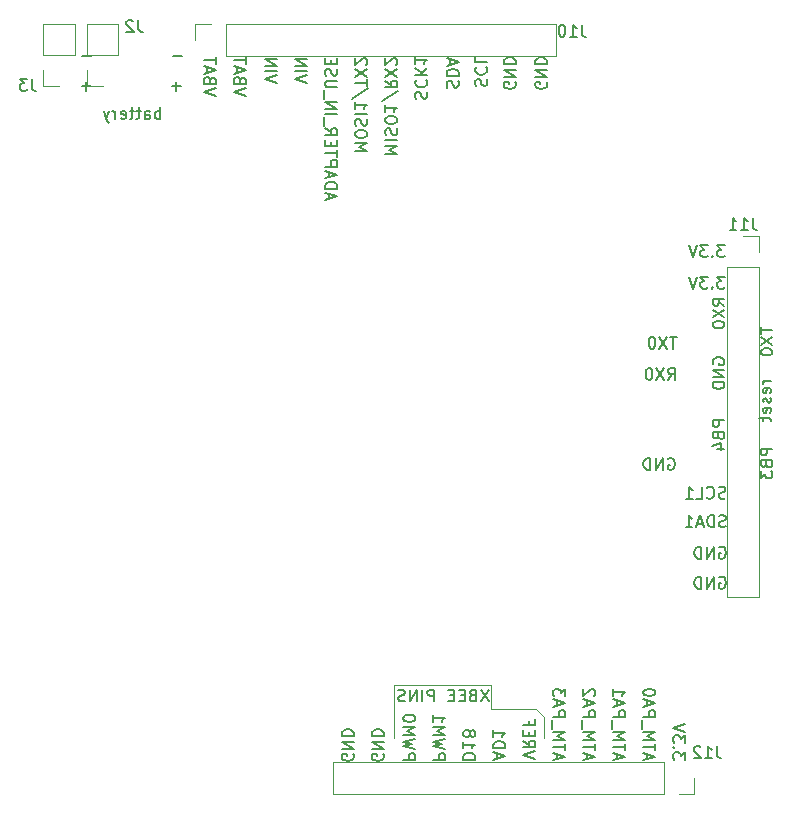
<source format=gbo>
G04 #@! TF.GenerationSoftware,KiCad,Pcbnew,(5.1.9)-1*
G04 #@! TF.CreationDate,2021-11-21T12:26:00+01:00*
G04 #@! TF.ProjectId,SmartSensor,536d6172-7453-4656-9e73-6f722e6b6963,1.3*
G04 #@! TF.SameCoordinates,Original*
G04 #@! TF.FileFunction,Legend,Bot*
G04 #@! TF.FilePolarity,Positive*
%FSLAX46Y46*%
G04 Gerber Fmt 4.6, Leading zero omitted, Abs format (unit mm)*
G04 Created by KiCad (PCBNEW (5.1.9)-1) date 2021-11-21 12:26:00*
%MOMM*%
%LPD*%
G01*
G04 APERTURE LIST*
%ADD10C,0.120000*%
%ADD11C,0.150000*%
%ADD12C,2.502000*%
%ADD13O,1.602000X1.202000*%
%ADD14O,1.802000X1.452000*%
%ADD15O,1.802000X1.802000*%
%ADD16C,1.202000*%
%ADD17C,4.502000*%
%ADD18C,0.802000*%
G04 APERTURE END LIST*
D10*
X212471000Y-138557000D02*
X212471000Y-140335000D01*
X211836000Y-137922000D02*
X212471000Y-138557000D01*
X208026000Y-137922000D02*
X211836000Y-137922000D01*
X208026000Y-135890000D02*
X208026000Y-137922000D01*
X199771000Y-135890000D02*
X208026000Y-135890000D01*
X199771000Y-135890000D02*
X199771000Y-140335000D01*
D11*
X207819142Y-136256780D02*
X207152476Y-137256780D01*
X207152476Y-136256780D02*
X207819142Y-137256780D01*
X206438190Y-136732971D02*
X206295333Y-136780590D01*
X206247714Y-136828209D01*
X206200095Y-136923447D01*
X206200095Y-137066304D01*
X206247714Y-137161542D01*
X206295333Y-137209161D01*
X206390571Y-137256780D01*
X206771523Y-137256780D01*
X206771523Y-136256780D01*
X206438190Y-136256780D01*
X206342952Y-136304400D01*
X206295333Y-136352019D01*
X206247714Y-136447257D01*
X206247714Y-136542495D01*
X206295333Y-136637733D01*
X206342952Y-136685352D01*
X206438190Y-136732971D01*
X206771523Y-136732971D01*
X205771523Y-136732971D02*
X205438190Y-136732971D01*
X205295333Y-137256780D02*
X205771523Y-137256780D01*
X205771523Y-136256780D01*
X205295333Y-136256780D01*
X204866761Y-136732971D02*
X204533428Y-136732971D01*
X204390571Y-137256780D02*
X204866761Y-137256780D01*
X204866761Y-136256780D01*
X204390571Y-136256780D01*
X203200095Y-137256780D02*
X203200095Y-136256780D01*
X202819142Y-136256780D01*
X202723904Y-136304400D01*
X202676285Y-136352019D01*
X202628666Y-136447257D01*
X202628666Y-136590114D01*
X202676285Y-136685352D01*
X202723904Y-136732971D01*
X202819142Y-136780590D01*
X203200095Y-136780590D01*
X202200095Y-137256780D02*
X202200095Y-136256780D01*
X201723904Y-137256780D02*
X201723904Y-136256780D01*
X201152476Y-137256780D01*
X201152476Y-136256780D01*
X200723904Y-137209161D02*
X200581047Y-137256780D01*
X200342952Y-137256780D01*
X200247714Y-137209161D01*
X200200095Y-137161542D01*
X200152476Y-137066304D01*
X200152476Y-136971066D01*
X200200095Y-136875828D01*
X200247714Y-136828209D01*
X200342952Y-136780590D01*
X200533428Y-136732971D01*
X200628666Y-136685352D01*
X200676285Y-136637733D01*
X200723904Y-136542495D01*
X200723904Y-136447257D01*
X200676285Y-136352019D01*
X200628666Y-136304400D01*
X200533428Y-136256780D01*
X200295333Y-136256780D01*
X200152476Y-136304400D01*
X223011904Y-116721000D02*
X223107142Y-116673380D01*
X223250000Y-116673380D01*
X223392857Y-116721000D01*
X223488095Y-116816238D01*
X223535714Y-116911476D01*
X223583333Y-117101952D01*
X223583333Y-117244809D01*
X223535714Y-117435285D01*
X223488095Y-117530523D01*
X223392857Y-117625761D01*
X223250000Y-117673380D01*
X223154761Y-117673380D01*
X223011904Y-117625761D01*
X222964285Y-117578142D01*
X222964285Y-117244809D01*
X223154761Y-117244809D01*
X222535714Y-117673380D02*
X222535714Y-116673380D01*
X221964285Y-117673380D01*
X221964285Y-116673380D01*
X221488095Y-117673380D02*
X221488095Y-116673380D01*
X221250000Y-116673380D01*
X221107142Y-116721000D01*
X221011904Y-116816238D01*
X220964285Y-116911476D01*
X220916666Y-117101952D01*
X220916666Y-117244809D01*
X220964285Y-117435285D01*
X221011904Y-117530523D01*
X221107142Y-117625761D01*
X221250000Y-117673380D01*
X221488095Y-117673380D01*
X223742095Y-106386380D02*
X223170666Y-106386380D01*
X223456380Y-107386380D02*
X223456380Y-106386380D01*
X222932571Y-106386380D02*
X222265904Y-107386380D01*
X222265904Y-106386380D02*
X222932571Y-107386380D01*
X221694476Y-106386380D02*
X221599238Y-106386380D01*
X221504000Y-106434000D01*
X221456380Y-106481619D01*
X221408761Y-106576857D01*
X221361142Y-106767333D01*
X221361142Y-107005428D01*
X221408761Y-107195904D01*
X221456380Y-107291142D01*
X221504000Y-107338761D01*
X221599238Y-107386380D01*
X221694476Y-107386380D01*
X221789714Y-107338761D01*
X221837333Y-107291142D01*
X221884952Y-107195904D01*
X221932571Y-107005428D01*
X221932571Y-106767333D01*
X221884952Y-106576857D01*
X221837333Y-106481619D01*
X221789714Y-106434000D01*
X221694476Y-106386380D01*
X223019857Y-110053380D02*
X223353190Y-109577190D01*
X223591285Y-110053380D02*
X223591285Y-109053380D01*
X223210333Y-109053380D01*
X223115095Y-109101000D01*
X223067476Y-109148619D01*
X223019857Y-109243857D01*
X223019857Y-109386714D01*
X223067476Y-109481952D01*
X223115095Y-109529571D01*
X223210333Y-109577190D01*
X223591285Y-109577190D01*
X222686523Y-109053380D02*
X222019857Y-110053380D01*
X222019857Y-109053380D02*
X222686523Y-110053380D01*
X221448428Y-109053380D02*
X221353190Y-109053380D01*
X221257952Y-109101000D01*
X221210333Y-109148619D01*
X221162714Y-109243857D01*
X221115095Y-109434333D01*
X221115095Y-109672428D01*
X221162714Y-109862904D01*
X221210333Y-109958142D01*
X221257952Y-110005761D01*
X221353190Y-110053380D01*
X221448428Y-110053380D01*
X221543666Y-110005761D01*
X221591285Y-109958142D01*
X221638904Y-109862904D01*
X221686523Y-109672428D01*
X221686523Y-109434333D01*
X221638904Y-109243857D01*
X221591285Y-109148619D01*
X221543666Y-109101000D01*
X221448428Y-109053380D01*
X227329904Y-126754000D02*
X227425142Y-126706380D01*
X227568000Y-126706380D01*
X227710857Y-126754000D01*
X227806095Y-126849238D01*
X227853714Y-126944476D01*
X227901333Y-127134952D01*
X227901333Y-127277809D01*
X227853714Y-127468285D01*
X227806095Y-127563523D01*
X227710857Y-127658761D01*
X227568000Y-127706380D01*
X227472761Y-127706380D01*
X227329904Y-127658761D01*
X227282285Y-127611142D01*
X227282285Y-127277809D01*
X227472761Y-127277809D01*
X226853714Y-127706380D02*
X226853714Y-126706380D01*
X226282285Y-127706380D01*
X226282285Y-126706380D01*
X225806095Y-127706380D02*
X225806095Y-126706380D01*
X225568000Y-126706380D01*
X225425142Y-126754000D01*
X225329904Y-126849238D01*
X225282285Y-126944476D01*
X225234666Y-127134952D01*
X225234666Y-127277809D01*
X225282285Y-127468285D01*
X225329904Y-127563523D01*
X225425142Y-127658761D01*
X225568000Y-127706380D01*
X225806095Y-127706380D01*
X227329904Y-124214000D02*
X227425142Y-124166380D01*
X227568000Y-124166380D01*
X227710857Y-124214000D01*
X227806095Y-124309238D01*
X227853714Y-124404476D01*
X227901333Y-124594952D01*
X227901333Y-124737809D01*
X227853714Y-124928285D01*
X227806095Y-125023523D01*
X227710857Y-125118761D01*
X227568000Y-125166380D01*
X227472761Y-125166380D01*
X227329904Y-125118761D01*
X227282285Y-125071142D01*
X227282285Y-124737809D01*
X227472761Y-124737809D01*
X226853714Y-125166380D02*
X226853714Y-124166380D01*
X226282285Y-125166380D01*
X226282285Y-124166380D01*
X225806095Y-125166380D02*
X225806095Y-124166380D01*
X225568000Y-124166380D01*
X225425142Y-124214000D01*
X225329904Y-124309238D01*
X225282285Y-124404476D01*
X225234666Y-124594952D01*
X225234666Y-124737809D01*
X225282285Y-124928285D01*
X225329904Y-125023523D01*
X225425142Y-125118761D01*
X225568000Y-125166380D01*
X225806095Y-125166380D01*
X227877476Y-122451761D02*
X227734619Y-122499380D01*
X227496523Y-122499380D01*
X227401285Y-122451761D01*
X227353666Y-122404142D01*
X227306047Y-122308904D01*
X227306047Y-122213666D01*
X227353666Y-122118428D01*
X227401285Y-122070809D01*
X227496523Y-122023190D01*
X227687000Y-121975571D01*
X227782238Y-121927952D01*
X227829857Y-121880333D01*
X227877476Y-121785095D01*
X227877476Y-121689857D01*
X227829857Y-121594619D01*
X227782238Y-121547000D01*
X227687000Y-121499380D01*
X227448904Y-121499380D01*
X227306047Y-121547000D01*
X226877476Y-122499380D02*
X226877476Y-121499380D01*
X226639380Y-121499380D01*
X226496523Y-121547000D01*
X226401285Y-121642238D01*
X226353666Y-121737476D01*
X226306047Y-121927952D01*
X226306047Y-122070809D01*
X226353666Y-122261285D01*
X226401285Y-122356523D01*
X226496523Y-122451761D01*
X226639380Y-122499380D01*
X226877476Y-122499380D01*
X225925095Y-122213666D02*
X225448904Y-122213666D01*
X226020333Y-122499380D02*
X225687000Y-121499380D01*
X225353666Y-122499380D01*
X224496523Y-122499380D02*
X225067952Y-122499380D01*
X224782238Y-122499380D02*
X224782238Y-121499380D01*
X224877476Y-121642238D01*
X224972714Y-121737476D01*
X225067952Y-121785095D01*
X227853666Y-120038761D02*
X227710809Y-120086380D01*
X227472714Y-120086380D01*
X227377476Y-120038761D01*
X227329857Y-119991142D01*
X227282238Y-119895904D01*
X227282238Y-119800666D01*
X227329857Y-119705428D01*
X227377476Y-119657809D01*
X227472714Y-119610190D01*
X227663190Y-119562571D01*
X227758428Y-119514952D01*
X227806047Y-119467333D01*
X227853666Y-119372095D01*
X227853666Y-119276857D01*
X227806047Y-119181619D01*
X227758428Y-119134000D01*
X227663190Y-119086380D01*
X227425095Y-119086380D01*
X227282238Y-119134000D01*
X226282238Y-119991142D02*
X226329857Y-120038761D01*
X226472714Y-120086380D01*
X226567952Y-120086380D01*
X226710809Y-120038761D01*
X226806047Y-119943523D01*
X226853666Y-119848285D01*
X226901285Y-119657809D01*
X226901285Y-119514952D01*
X226853666Y-119324476D01*
X226806047Y-119229238D01*
X226710809Y-119134000D01*
X226567952Y-119086380D01*
X226472714Y-119086380D01*
X226329857Y-119134000D01*
X226282238Y-119181619D01*
X225377476Y-120086380D02*
X225853666Y-120086380D01*
X225853666Y-119086380D01*
X224520333Y-120086380D02*
X225091761Y-120086380D01*
X224806047Y-120086380D02*
X224806047Y-119086380D01*
X224901285Y-119229238D01*
X224996523Y-119324476D01*
X225091761Y-119372095D01*
X231846380Y-115855904D02*
X230846380Y-115855904D01*
X230846380Y-116236857D01*
X230894000Y-116332095D01*
X230941619Y-116379714D01*
X231036857Y-116427333D01*
X231179714Y-116427333D01*
X231274952Y-116379714D01*
X231322571Y-116332095D01*
X231370190Y-116236857D01*
X231370190Y-115855904D01*
X231322571Y-117189238D02*
X231370190Y-117332095D01*
X231417809Y-117379714D01*
X231513047Y-117427333D01*
X231655904Y-117427333D01*
X231751142Y-117379714D01*
X231798761Y-117332095D01*
X231846380Y-117236857D01*
X231846380Y-116855904D01*
X230846380Y-116855904D01*
X230846380Y-117189238D01*
X230894000Y-117284476D01*
X230941619Y-117332095D01*
X231036857Y-117379714D01*
X231132095Y-117379714D01*
X231227333Y-117332095D01*
X231274952Y-117284476D01*
X231322571Y-117189238D01*
X231322571Y-116855904D01*
X230846380Y-117760666D02*
X230846380Y-118379714D01*
X231227333Y-118046380D01*
X231227333Y-118189238D01*
X231274952Y-118284476D01*
X231322571Y-118332095D01*
X231417809Y-118379714D01*
X231655904Y-118379714D01*
X231751142Y-118332095D01*
X231798761Y-118284476D01*
X231846380Y-118189238D01*
X231846380Y-117903523D01*
X231798761Y-117808285D01*
X231751142Y-117760666D01*
X227782380Y-113442904D02*
X226782380Y-113442904D01*
X226782380Y-113823857D01*
X226830000Y-113919095D01*
X226877619Y-113966714D01*
X226972857Y-114014333D01*
X227115714Y-114014333D01*
X227210952Y-113966714D01*
X227258571Y-113919095D01*
X227306190Y-113823857D01*
X227306190Y-113442904D01*
X227258571Y-114776238D02*
X227306190Y-114919095D01*
X227353809Y-114966714D01*
X227449047Y-115014333D01*
X227591904Y-115014333D01*
X227687142Y-114966714D01*
X227734761Y-114919095D01*
X227782380Y-114823857D01*
X227782380Y-114442904D01*
X226782380Y-114442904D01*
X226782380Y-114776238D01*
X226830000Y-114871476D01*
X226877619Y-114919095D01*
X226972857Y-114966714D01*
X227068095Y-114966714D01*
X227163333Y-114919095D01*
X227210952Y-114871476D01*
X227258571Y-114776238D01*
X227258571Y-114442904D01*
X227115714Y-115871476D02*
X227782380Y-115871476D01*
X226734761Y-115633380D02*
X227449047Y-115395285D01*
X227449047Y-116014333D01*
X231719380Y-110140952D02*
X231052714Y-110140952D01*
X231243190Y-110140952D02*
X231147952Y-110188571D01*
X231100333Y-110236190D01*
X231052714Y-110331428D01*
X231052714Y-110426666D01*
X231671761Y-111140952D02*
X231719380Y-111045714D01*
X231719380Y-110855238D01*
X231671761Y-110760000D01*
X231576523Y-110712380D01*
X231195571Y-110712380D01*
X231100333Y-110760000D01*
X231052714Y-110855238D01*
X231052714Y-111045714D01*
X231100333Y-111140952D01*
X231195571Y-111188571D01*
X231290809Y-111188571D01*
X231386047Y-110712380D01*
X231671761Y-111569523D02*
X231719380Y-111664761D01*
X231719380Y-111855238D01*
X231671761Y-111950476D01*
X231576523Y-111998095D01*
X231528904Y-111998095D01*
X231433666Y-111950476D01*
X231386047Y-111855238D01*
X231386047Y-111712380D01*
X231338428Y-111617142D01*
X231243190Y-111569523D01*
X231195571Y-111569523D01*
X231100333Y-111617142D01*
X231052714Y-111712380D01*
X231052714Y-111855238D01*
X231100333Y-111950476D01*
X231671761Y-112807619D02*
X231719380Y-112712380D01*
X231719380Y-112521904D01*
X231671761Y-112426666D01*
X231576523Y-112379047D01*
X231195571Y-112379047D01*
X231100333Y-112426666D01*
X231052714Y-112521904D01*
X231052714Y-112712380D01*
X231100333Y-112807619D01*
X231195571Y-112855238D01*
X231290809Y-112855238D01*
X231386047Y-112379047D01*
X231052714Y-113140952D02*
X231052714Y-113521904D01*
X230719380Y-113283809D02*
X231576523Y-113283809D01*
X231671761Y-113331428D01*
X231719380Y-113426666D01*
X231719380Y-113521904D01*
X226830000Y-108712095D02*
X226782380Y-108616857D01*
X226782380Y-108474000D01*
X226830000Y-108331142D01*
X226925238Y-108235904D01*
X227020476Y-108188285D01*
X227210952Y-108140666D01*
X227353809Y-108140666D01*
X227544285Y-108188285D01*
X227639523Y-108235904D01*
X227734761Y-108331142D01*
X227782380Y-108474000D01*
X227782380Y-108569238D01*
X227734761Y-108712095D01*
X227687142Y-108759714D01*
X227353809Y-108759714D01*
X227353809Y-108569238D01*
X227782380Y-109188285D02*
X226782380Y-109188285D01*
X227782380Y-109759714D01*
X226782380Y-109759714D01*
X227782380Y-110235904D02*
X226782380Y-110235904D01*
X226782380Y-110474000D01*
X226830000Y-110616857D01*
X226925238Y-110712095D01*
X227020476Y-110759714D01*
X227210952Y-110807333D01*
X227353809Y-110807333D01*
X227544285Y-110759714D01*
X227639523Y-110712095D01*
X227734761Y-110616857D01*
X227782380Y-110474000D01*
X227782380Y-110235904D01*
X230846380Y-105568904D02*
X230846380Y-106140333D01*
X231846380Y-105854619D02*
X230846380Y-105854619D01*
X230846380Y-106378428D02*
X231846380Y-107045095D01*
X230846380Y-107045095D02*
X231846380Y-106378428D01*
X230846380Y-107616523D02*
X230846380Y-107711761D01*
X230894000Y-107807000D01*
X230941619Y-107854619D01*
X231036857Y-107902238D01*
X231227333Y-107949857D01*
X231465428Y-107949857D01*
X231655904Y-107902238D01*
X231751142Y-107854619D01*
X231798761Y-107807000D01*
X231846380Y-107711761D01*
X231846380Y-107616523D01*
X231798761Y-107521285D01*
X231751142Y-107473666D01*
X231655904Y-107426047D01*
X231465428Y-107378428D01*
X231227333Y-107378428D01*
X231036857Y-107426047D01*
X230941619Y-107473666D01*
X230894000Y-107521285D01*
X230846380Y-107616523D01*
X227782380Y-103751142D02*
X227306190Y-103417809D01*
X227782380Y-103179714D02*
X226782380Y-103179714D01*
X226782380Y-103560666D01*
X226830000Y-103655904D01*
X226877619Y-103703523D01*
X226972857Y-103751142D01*
X227115714Y-103751142D01*
X227210952Y-103703523D01*
X227258571Y-103655904D01*
X227306190Y-103560666D01*
X227306190Y-103179714D01*
X226782380Y-104084476D02*
X227782380Y-104751142D01*
X226782380Y-104751142D02*
X227782380Y-104084476D01*
X226782380Y-105322571D02*
X226782380Y-105417809D01*
X226830000Y-105513047D01*
X226877619Y-105560666D01*
X226972857Y-105608285D01*
X227163333Y-105655904D01*
X227401428Y-105655904D01*
X227591904Y-105608285D01*
X227687142Y-105560666D01*
X227734761Y-105513047D01*
X227782380Y-105417809D01*
X227782380Y-105322571D01*
X227734761Y-105227333D01*
X227687142Y-105179714D01*
X227591904Y-105132095D01*
X227401428Y-105084476D01*
X227163333Y-105084476D01*
X226972857Y-105132095D01*
X226877619Y-105179714D01*
X226830000Y-105227333D01*
X226782380Y-105322571D01*
X227790190Y-101306380D02*
X227171142Y-101306380D01*
X227504476Y-101687333D01*
X227361619Y-101687333D01*
X227266380Y-101734952D01*
X227218761Y-101782571D01*
X227171142Y-101877809D01*
X227171142Y-102115904D01*
X227218761Y-102211142D01*
X227266380Y-102258761D01*
X227361619Y-102306380D01*
X227647333Y-102306380D01*
X227742571Y-102258761D01*
X227790190Y-102211142D01*
X226742571Y-102211142D02*
X226694952Y-102258761D01*
X226742571Y-102306380D01*
X226790190Y-102258761D01*
X226742571Y-102211142D01*
X226742571Y-102306380D01*
X226361619Y-101306380D02*
X225742571Y-101306380D01*
X226075904Y-101687333D01*
X225933047Y-101687333D01*
X225837809Y-101734952D01*
X225790190Y-101782571D01*
X225742571Y-101877809D01*
X225742571Y-102115904D01*
X225790190Y-102211142D01*
X225837809Y-102258761D01*
X225933047Y-102306380D01*
X226218761Y-102306380D01*
X226314000Y-102258761D01*
X226361619Y-102211142D01*
X225456857Y-101306380D02*
X225123523Y-102306380D01*
X224790190Y-101306380D01*
X227790190Y-98639380D02*
X227171142Y-98639380D01*
X227504476Y-99020333D01*
X227361619Y-99020333D01*
X227266380Y-99067952D01*
X227218761Y-99115571D01*
X227171142Y-99210809D01*
X227171142Y-99448904D01*
X227218761Y-99544142D01*
X227266380Y-99591761D01*
X227361619Y-99639380D01*
X227647333Y-99639380D01*
X227742571Y-99591761D01*
X227790190Y-99544142D01*
X226742571Y-99544142D02*
X226694952Y-99591761D01*
X226742571Y-99639380D01*
X226790190Y-99591761D01*
X226742571Y-99544142D01*
X226742571Y-99639380D01*
X226361619Y-98639380D02*
X225742571Y-98639380D01*
X226075904Y-99020333D01*
X225933047Y-99020333D01*
X225837809Y-99067952D01*
X225790190Y-99115571D01*
X225742571Y-99210809D01*
X225742571Y-99448904D01*
X225790190Y-99544142D01*
X225837809Y-99591761D01*
X225933047Y-99639380D01*
X226218761Y-99639380D01*
X226314000Y-99591761D01*
X226361619Y-99544142D01*
X225456857Y-98639380D02*
X225123523Y-99639380D01*
X224790190Y-98639380D01*
X224448619Y-142192190D02*
X224448619Y-141573142D01*
X224067666Y-141906476D01*
X224067666Y-141763619D01*
X224020047Y-141668380D01*
X223972428Y-141620761D01*
X223877190Y-141573142D01*
X223639095Y-141573142D01*
X223543857Y-141620761D01*
X223496238Y-141668380D01*
X223448619Y-141763619D01*
X223448619Y-142049333D01*
X223496238Y-142144571D01*
X223543857Y-142192190D01*
X223543857Y-141144571D02*
X223496238Y-141096952D01*
X223448619Y-141144571D01*
X223496238Y-141192190D01*
X223543857Y-141144571D01*
X223448619Y-141144571D01*
X224448619Y-140763619D02*
X224448619Y-140144571D01*
X224067666Y-140477904D01*
X224067666Y-140335047D01*
X224020047Y-140239809D01*
X223972428Y-140192190D01*
X223877190Y-140144571D01*
X223639095Y-140144571D01*
X223543857Y-140192190D01*
X223496238Y-140239809D01*
X223448619Y-140335047D01*
X223448619Y-140620761D01*
X223496238Y-140716000D01*
X223543857Y-140763619D01*
X224448619Y-139858857D02*
X223448619Y-139525523D01*
X224448619Y-139192190D01*
X221194333Y-142168190D02*
X221194333Y-141692000D01*
X220908619Y-142263428D02*
X221908619Y-141930095D01*
X220908619Y-141596761D01*
X221908619Y-141406285D02*
X221908619Y-140834857D01*
X220908619Y-141120571D02*
X221908619Y-141120571D01*
X220908619Y-140501523D02*
X221908619Y-140501523D01*
X221194333Y-140168190D01*
X221908619Y-139834857D01*
X220908619Y-139834857D01*
X220813380Y-139596761D02*
X220813380Y-138834857D01*
X220908619Y-138596761D02*
X221908619Y-138596761D01*
X221908619Y-138215809D01*
X221861000Y-138120571D01*
X221813380Y-138072952D01*
X221718142Y-138025333D01*
X221575285Y-138025333D01*
X221480047Y-138072952D01*
X221432428Y-138120571D01*
X221384809Y-138215809D01*
X221384809Y-138596761D01*
X221194333Y-137644380D02*
X221194333Y-137168190D01*
X220908619Y-137739619D02*
X221908619Y-137406285D01*
X220908619Y-137072952D01*
X221908619Y-136549142D02*
X221908619Y-136453904D01*
X221861000Y-136358666D01*
X221813380Y-136311047D01*
X221718142Y-136263428D01*
X221527666Y-136215809D01*
X221289571Y-136215809D01*
X221099095Y-136263428D01*
X221003857Y-136311047D01*
X220956238Y-136358666D01*
X220908619Y-136453904D01*
X220908619Y-136549142D01*
X220956238Y-136644380D01*
X221003857Y-136692000D01*
X221099095Y-136739619D01*
X221289571Y-136787238D01*
X221527666Y-136787238D01*
X221718142Y-136739619D01*
X221813380Y-136692000D01*
X221861000Y-136644380D01*
X221908619Y-136549142D01*
X218654333Y-142168190D02*
X218654333Y-141692000D01*
X218368619Y-142263428D02*
X219368619Y-141930095D01*
X218368619Y-141596761D01*
X219368619Y-141406285D02*
X219368619Y-140834857D01*
X218368619Y-141120571D02*
X219368619Y-141120571D01*
X218368619Y-140501523D02*
X219368619Y-140501523D01*
X218654333Y-140168190D01*
X219368619Y-139834857D01*
X218368619Y-139834857D01*
X218273380Y-139596761D02*
X218273380Y-138834857D01*
X218368619Y-138596761D02*
X219368619Y-138596761D01*
X219368619Y-138215809D01*
X219321000Y-138120571D01*
X219273380Y-138072952D01*
X219178142Y-138025333D01*
X219035285Y-138025333D01*
X218940047Y-138072952D01*
X218892428Y-138120571D01*
X218844809Y-138215809D01*
X218844809Y-138596761D01*
X218654333Y-137644380D02*
X218654333Y-137168190D01*
X218368619Y-137739619D02*
X219368619Y-137406285D01*
X218368619Y-137072952D01*
X218368619Y-136215809D02*
X218368619Y-136787238D01*
X218368619Y-136501523D02*
X219368619Y-136501523D01*
X219225761Y-136596761D01*
X219130523Y-136692000D01*
X219082904Y-136787238D01*
X216114333Y-142168190D02*
X216114333Y-141692000D01*
X215828619Y-142263428D02*
X216828619Y-141930095D01*
X215828619Y-141596761D01*
X216828619Y-141406285D02*
X216828619Y-140834857D01*
X215828619Y-141120571D02*
X216828619Y-141120571D01*
X215828619Y-140501523D02*
X216828619Y-140501523D01*
X216114333Y-140168190D01*
X216828619Y-139834857D01*
X215828619Y-139834857D01*
X215733380Y-139596761D02*
X215733380Y-138834857D01*
X215828619Y-138596761D02*
X216828619Y-138596761D01*
X216828619Y-138215809D01*
X216781000Y-138120571D01*
X216733380Y-138072952D01*
X216638142Y-138025333D01*
X216495285Y-138025333D01*
X216400047Y-138072952D01*
X216352428Y-138120571D01*
X216304809Y-138215809D01*
X216304809Y-138596761D01*
X216114333Y-137644380D02*
X216114333Y-137168190D01*
X215828619Y-137739619D02*
X216828619Y-137406285D01*
X215828619Y-137072952D01*
X216733380Y-136787238D02*
X216781000Y-136739619D01*
X216828619Y-136644380D01*
X216828619Y-136406285D01*
X216781000Y-136311047D01*
X216733380Y-136263428D01*
X216638142Y-136215809D01*
X216542904Y-136215809D01*
X216400047Y-136263428D01*
X215828619Y-136834857D01*
X215828619Y-136215809D01*
X213574333Y-142168190D02*
X213574333Y-141692000D01*
X213288619Y-142263428D02*
X214288619Y-141930095D01*
X213288619Y-141596761D01*
X214288619Y-141406285D02*
X214288619Y-140834857D01*
X213288619Y-141120571D02*
X214288619Y-141120571D01*
X213288619Y-140501523D02*
X214288619Y-140501523D01*
X213574333Y-140168190D01*
X214288619Y-139834857D01*
X213288619Y-139834857D01*
X213193380Y-139596761D02*
X213193380Y-138834857D01*
X213288619Y-138596761D02*
X214288619Y-138596761D01*
X214288619Y-138215809D01*
X214241000Y-138120571D01*
X214193380Y-138072952D01*
X214098142Y-138025333D01*
X213955285Y-138025333D01*
X213860047Y-138072952D01*
X213812428Y-138120571D01*
X213764809Y-138215809D01*
X213764809Y-138596761D01*
X213574333Y-137644380D02*
X213574333Y-137168190D01*
X213288619Y-137739619D02*
X214288619Y-137406285D01*
X213288619Y-137072952D01*
X214288619Y-136834857D02*
X214288619Y-136215809D01*
X213907666Y-136549142D01*
X213907666Y-136406285D01*
X213860047Y-136311047D01*
X213812428Y-136263428D01*
X213717190Y-136215809D01*
X213479095Y-136215809D01*
X213383857Y-136263428D01*
X213336238Y-136311047D01*
X213288619Y-136406285D01*
X213288619Y-136692000D01*
X213336238Y-136787238D01*
X213383857Y-136834857D01*
X211748619Y-142150885D02*
X210748619Y-141817552D01*
X211748619Y-141484219D01*
X210748619Y-140579457D02*
X211224809Y-140912790D01*
X210748619Y-141150885D02*
X211748619Y-141150885D01*
X211748619Y-140769933D01*
X211701000Y-140674695D01*
X211653380Y-140627076D01*
X211558142Y-140579457D01*
X211415285Y-140579457D01*
X211320047Y-140627076D01*
X211272428Y-140674695D01*
X211224809Y-140769933D01*
X211224809Y-141150885D01*
X211272428Y-140150885D02*
X211272428Y-139817552D01*
X210748619Y-139674695D02*
X210748619Y-140150885D01*
X211748619Y-140150885D01*
X211748619Y-139674695D01*
X211272428Y-138912790D02*
X211272428Y-139246123D01*
X210748619Y-139246123D02*
X211748619Y-139246123D01*
X211748619Y-138769933D01*
X208494333Y-142120785D02*
X208494333Y-141644595D01*
X208208619Y-142216023D02*
X209208619Y-141882690D01*
X208208619Y-141549357D01*
X208208619Y-141216023D02*
X209208619Y-141216023D01*
X209208619Y-140977928D01*
X209161000Y-140835071D01*
X209065761Y-140739833D01*
X208970523Y-140692214D01*
X208780047Y-140644595D01*
X208637190Y-140644595D01*
X208446714Y-140692214D01*
X208351476Y-140739833D01*
X208256238Y-140835071D01*
X208208619Y-140977928D01*
X208208619Y-141216023D01*
X208208619Y-139692214D02*
X208208619Y-140263642D01*
X208208619Y-139977928D02*
X209208619Y-139977928D01*
X209065761Y-140073166D01*
X208970523Y-140168404D01*
X208922904Y-140263642D01*
X205668619Y-142184285D02*
X206668619Y-142184285D01*
X206668619Y-141946190D01*
X206621000Y-141803333D01*
X206525761Y-141708095D01*
X206430523Y-141660476D01*
X206240047Y-141612857D01*
X206097190Y-141612857D01*
X205906714Y-141660476D01*
X205811476Y-141708095D01*
X205716238Y-141803333D01*
X205668619Y-141946190D01*
X205668619Y-142184285D01*
X205668619Y-140660476D02*
X205668619Y-141231904D01*
X205668619Y-140946190D02*
X206668619Y-140946190D01*
X206525761Y-141041428D01*
X206430523Y-141136666D01*
X206382904Y-141231904D01*
X206240047Y-140089047D02*
X206287666Y-140184285D01*
X206335285Y-140231904D01*
X206430523Y-140279523D01*
X206478142Y-140279523D01*
X206573380Y-140231904D01*
X206621000Y-140184285D01*
X206668619Y-140089047D01*
X206668619Y-139898571D01*
X206621000Y-139803333D01*
X206573380Y-139755714D01*
X206478142Y-139708095D01*
X206430523Y-139708095D01*
X206335285Y-139755714D01*
X206287666Y-139803333D01*
X206240047Y-139898571D01*
X206240047Y-140089047D01*
X206192428Y-140184285D01*
X206144809Y-140231904D01*
X206049571Y-140279523D01*
X205859095Y-140279523D01*
X205763857Y-140231904D01*
X205716238Y-140184285D01*
X205668619Y-140089047D01*
X205668619Y-139898571D01*
X205716238Y-139803333D01*
X205763857Y-139755714D01*
X205859095Y-139708095D01*
X206049571Y-139708095D01*
X206144809Y-139755714D01*
X206192428Y-139803333D01*
X206240047Y-139898571D01*
X203128619Y-142215952D02*
X204128619Y-142215952D01*
X204128619Y-141835000D01*
X204081000Y-141739761D01*
X204033380Y-141692142D01*
X203938142Y-141644523D01*
X203795285Y-141644523D01*
X203700047Y-141692142D01*
X203652428Y-141739761D01*
X203604809Y-141835000D01*
X203604809Y-142215952D01*
X204128619Y-141311190D02*
X203128619Y-141073095D01*
X203842904Y-140882619D01*
X203128619Y-140692142D01*
X204128619Y-140454047D01*
X203128619Y-140073095D02*
X204128619Y-140073095D01*
X203414333Y-139739761D01*
X204128619Y-139406428D01*
X203128619Y-139406428D01*
X203128619Y-138406428D02*
X203128619Y-138977857D01*
X203128619Y-138692142D02*
X204128619Y-138692142D01*
X203985761Y-138787380D01*
X203890523Y-138882619D01*
X203842904Y-138977857D01*
X200588619Y-142215952D02*
X201588619Y-142215952D01*
X201588619Y-141835000D01*
X201541000Y-141739761D01*
X201493380Y-141692142D01*
X201398142Y-141644523D01*
X201255285Y-141644523D01*
X201160047Y-141692142D01*
X201112428Y-141739761D01*
X201064809Y-141835000D01*
X201064809Y-142215952D01*
X201588619Y-141311190D02*
X200588619Y-141073095D01*
X201302904Y-140882619D01*
X200588619Y-140692142D01*
X201588619Y-140454047D01*
X200588619Y-140073095D02*
X201588619Y-140073095D01*
X200874333Y-139739761D01*
X201588619Y-139406428D01*
X200588619Y-139406428D01*
X201588619Y-138739761D02*
X201588619Y-138644523D01*
X201541000Y-138549285D01*
X201493380Y-138501666D01*
X201398142Y-138454047D01*
X201207666Y-138406428D01*
X200969571Y-138406428D01*
X200779095Y-138454047D01*
X200683857Y-138501666D01*
X200636238Y-138549285D01*
X200588619Y-138644523D01*
X200588619Y-138739761D01*
X200636238Y-138835000D01*
X200683857Y-138882619D01*
X200779095Y-138930238D01*
X200969571Y-138977857D01*
X201207666Y-138977857D01*
X201398142Y-138930238D01*
X201493380Y-138882619D01*
X201541000Y-138835000D01*
X201588619Y-138739761D01*
X198874000Y-141731904D02*
X198921619Y-141827142D01*
X198921619Y-141970000D01*
X198874000Y-142112857D01*
X198778761Y-142208095D01*
X198683523Y-142255714D01*
X198493047Y-142303333D01*
X198350190Y-142303333D01*
X198159714Y-142255714D01*
X198064476Y-142208095D01*
X197969238Y-142112857D01*
X197921619Y-141970000D01*
X197921619Y-141874761D01*
X197969238Y-141731904D01*
X198016857Y-141684285D01*
X198350190Y-141684285D01*
X198350190Y-141874761D01*
X197921619Y-141255714D02*
X198921619Y-141255714D01*
X197921619Y-140684285D01*
X198921619Y-140684285D01*
X197921619Y-140208095D02*
X198921619Y-140208095D01*
X198921619Y-139970000D01*
X198874000Y-139827142D01*
X198778761Y-139731904D01*
X198683523Y-139684285D01*
X198493047Y-139636666D01*
X198350190Y-139636666D01*
X198159714Y-139684285D01*
X198064476Y-139731904D01*
X197969238Y-139827142D01*
X197921619Y-139970000D01*
X197921619Y-140208095D01*
X196334000Y-141731904D02*
X196381619Y-141827142D01*
X196381619Y-141970000D01*
X196334000Y-142112857D01*
X196238761Y-142208095D01*
X196143523Y-142255714D01*
X195953047Y-142303333D01*
X195810190Y-142303333D01*
X195619714Y-142255714D01*
X195524476Y-142208095D01*
X195429238Y-142112857D01*
X195381619Y-141970000D01*
X195381619Y-141874761D01*
X195429238Y-141731904D01*
X195476857Y-141684285D01*
X195810190Y-141684285D01*
X195810190Y-141874761D01*
X195381619Y-141255714D02*
X196381619Y-141255714D01*
X195381619Y-140684285D01*
X196381619Y-140684285D01*
X195381619Y-140208095D02*
X196381619Y-140208095D01*
X196381619Y-139970000D01*
X196334000Y-139827142D01*
X196238761Y-139731904D01*
X196143523Y-139684285D01*
X195953047Y-139636666D01*
X195810190Y-139636666D01*
X195619714Y-139684285D01*
X195524476Y-139731904D01*
X195429238Y-139827142D01*
X195381619Y-139970000D01*
X195381619Y-140208095D01*
X212717000Y-84835904D02*
X212764619Y-84931142D01*
X212764619Y-85074000D01*
X212717000Y-85216857D01*
X212621761Y-85312095D01*
X212526523Y-85359714D01*
X212336047Y-85407333D01*
X212193190Y-85407333D01*
X212002714Y-85359714D01*
X211907476Y-85312095D01*
X211812238Y-85216857D01*
X211764619Y-85074000D01*
X211764619Y-84978761D01*
X211812238Y-84835904D01*
X211859857Y-84788285D01*
X212193190Y-84788285D01*
X212193190Y-84978761D01*
X211764619Y-84359714D02*
X212764619Y-84359714D01*
X211764619Y-83788285D01*
X212764619Y-83788285D01*
X211764619Y-83312095D02*
X212764619Y-83312095D01*
X212764619Y-83074000D01*
X212717000Y-82931142D01*
X212621761Y-82835904D01*
X212526523Y-82788285D01*
X212336047Y-82740666D01*
X212193190Y-82740666D01*
X212002714Y-82788285D01*
X211907476Y-82835904D01*
X211812238Y-82931142D01*
X211764619Y-83074000D01*
X211764619Y-83312095D01*
X210050000Y-84835904D02*
X210097619Y-84931142D01*
X210097619Y-85074000D01*
X210050000Y-85216857D01*
X209954761Y-85312095D01*
X209859523Y-85359714D01*
X209669047Y-85407333D01*
X209526190Y-85407333D01*
X209335714Y-85359714D01*
X209240476Y-85312095D01*
X209145238Y-85216857D01*
X209097619Y-85074000D01*
X209097619Y-84978761D01*
X209145238Y-84835904D01*
X209192857Y-84788285D01*
X209526190Y-84788285D01*
X209526190Y-84978761D01*
X209097619Y-84359714D02*
X210097619Y-84359714D01*
X209097619Y-83788285D01*
X210097619Y-83788285D01*
X209097619Y-83312095D02*
X210097619Y-83312095D01*
X210097619Y-83074000D01*
X210050000Y-82931142D01*
X209954761Y-82835904D01*
X209859523Y-82788285D01*
X209669047Y-82740666D01*
X209526190Y-82740666D01*
X209335714Y-82788285D01*
X209240476Y-82835904D01*
X209145238Y-82931142D01*
X209097619Y-83074000D01*
X209097619Y-83312095D01*
X206732238Y-85137476D02*
X206684619Y-84994619D01*
X206684619Y-84756523D01*
X206732238Y-84661285D01*
X206779857Y-84613666D01*
X206875095Y-84566047D01*
X206970333Y-84566047D01*
X207065571Y-84613666D01*
X207113190Y-84661285D01*
X207160809Y-84756523D01*
X207208428Y-84947000D01*
X207256047Y-85042238D01*
X207303666Y-85089857D01*
X207398904Y-85137476D01*
X207494142Y-85137476D01*
X207589380Y-85089857D01*
X207637000Y-85042238D01*
X207684619Y-84947000D01*
X207684619Y-84708904D01*
X207637000Y-84566047D01*
X206779857Y-83566047D02*
X206732238Y-83613666D01*
X206684619Y-83756523D01*
X206684619Y-83851761D01*
X206732238Y-83994619D01*
X206827476Y-84089857D01*
X206922714Y-84137476D01*
X207113190Y-84185095D01*
X207256047Y-84185095D01*
X207446523Y-84137476D01*
X207541761Y-84089857D01*
X207637000Y-83994619D01*
X207684619Y-83851761D01*
X207684619Y-83756523D01*
X207637000Y-83613666D01*
X207589380Y-83566047D01*
X206684619Y-82661285D02*
X206684619Y-83137476D01*
X207684619Y-83137476D01*
X204319238Y-85288285D02*
X204271619Y-85145428D01*
X204271619Y-84907333D01*
X204319238Y-84812095D01*
X204366857Y-84764476D01*
X204462095Y-84716857D01*
X204557333Y-84716857D01*
X204652571Y-84764476D01*
X204700190Y-84812095D01*
X204747809Y-84907333D01*
X204795428Y-85097809D01*
X204843047Y-85193047D01*
X204890666Y-85240666D01*
X204985904Y-85288285D01*
X205081142Y-85288285D01*
X205176380Y-85240666D01*
X205224000Y-85193047D01*
X205271619Y-85097809D01*
X205271619Y-84859714D01*
X205224000Y-84716857D01*
X204271619Y-84288285D02*
X205271619Y-84288285D01*
X205271619Y-84050190D01*
X205224000Y-83907333D01*
X205128761Y-83812095D01*
X205033523Y-83764476D01*
X204843047Y-83716857D01*
X204700190Y-83716857D01*
X204509714Y-83764476D01*
X204414476Y-83812095D01*
X204319238Y-83907333D01*
X204271619Y-84050190D01*
X204271619Y-84288285D01*
X204557333Y-83335904D02*
X204557333Y-82859714D01*
X204271619Y-83431142D02*
X205271619Y-83097809D01*
X204271619Y-82764476D01*
X201652238Y-86216904D02*
X201604619Y-86074047D01*
X201604619Y-85835952D01*
X201652238Y-85740714D01*
X201699857Y-85693095D01*
X201795095Y-85645476D01*
X201890333Y-85645476D01*
X201985571Y-85693095D01*
X202033190Y-85740714D01*
X202080809Y-85835952D01*
X202128428Y-86026428D01*
X202176047Y-86121666D01*
X202223666Y-86169285D01*
X202318904Y-86216904D01*
X202414142Y-86216904D01*
X202509380Y-86169285D01*
X202557000Y-86121666D01*
X202604619Y-86026428D01*
X202604619Y-85788333D01*
X202557000Y-85645476D01*
X201699857Y-84645476D02*
X201652238Y-84693095D01*
X201604619Y-84835952D01*
X201604619Y-84931190D01*
X201652238Y-85074047D01*
X201747476Y-85169285D01*
X201842714Y-85216904D01*
X202033190Y-85264523D01*
X202176047Y-85264523D01*
X202366523Y-85216904D01*
X202461761Y-85169285D01*
X202557000Y-85074047D01*
X202604619Y-84931190D01*
X202604619Y-84835952D01*
X202557000Y-84693095D01*
X202509380Y-84645476D01*
X201604619Y-84216904D02*
X202604619Y-84216904D01*
X201604619Y-83645476D02*
X202176047Y-84074047D01*
X202604619Y-83645476D02*
X202033190Y-84216904D01*
X201604619Y-82693095D02*
X201604619Y-83264523D01*
X201604619Y-82978809D02*
X202604619Y-82978809D01*
X202461761Y-83074047D01*
X202366523Y-83169285D01*
X202318904Y-83264523D01*
X199064619Y-90891809D02*
X200064619Y-90891809D01*
X199350333Y-90558476D01*
X200064619Y-90225142D01*
X199064619Y-90225142D01*
X199064619Y-89748952D02*
X200064619Y-89748952D01*
X199112238Y-89320380D02*
X199064619Y-89177523D01*
X199064619Y-88939428D01*
X199112238Y-88844190D01*
X199159857Y-88796571D01*
X199255095Y-88748952D01*
X199350333Y-88748952D01*
X199445571Y-88796571D01*
X199493190Y-88844190D01*
X199540809Y-88939428D01*
X199588428Y-89129904D01*
X199636047Y-89225142D01*
X199683666Y-89272761D01*
X199778904Y-89320380D01*
X199874142Y-89320380D01*
X199969380Y-89272761D01*
X200017000Y-89225142D01*
X200064619Y-89129904D01*
X200064619Y-88891809D01*
X200017000Y-88748952D01*
X200064619Y-88129904D02*
X200064619Y-87939428D01*
X200017000Y-87844190D01*
X199921761Y-87748952D01*
X199731285Y-87701333D01*
X199397952Y-87701333D01*
X199207476Y-87748952D01*
X199112238Y-87844190D01*
X199064619Y-87939428D01*
X199064619Y-88129904D01*
X199112238Y-88225142D01*
X199207476Y-88320380D01*
X199397952Y-88368000D01*
X199731285Y-88368000D01*
X199921761Y-88320380D01*
X200017000Y-88225142D01*
X200064619Y-88129904D01*
X199064619Y-86748952D02*
X199064619Y-87320380D01*
X199064619Y-87034666D02*
X200064619Y-87034666D01*
X199921761Y-87129904D01*
X199826523Y-87225142D01*
X199778904Y-87320380D01*
X200112238Y-85606095D02*
X198826523Y-86463238D01*
X199064619Y-84701333D02*
X199540809Y-85034666D01*
X199064619Y-85272761D02*
X200064619Y-85272761D01*
X200064619Y-84891809D01*
X200017000Y-84796571D01*
X199969380Y-84748952D01*
X199874142Y-84701333D01*
X199731285Y-84701333D01*
X199636047Y-84748952D01*
X199588428Y-84796571D01*
X199540809Y-84891809D01*
X199540809Y-85272761D01*
X200064619Y-84368000D02*
X199064619Y-83701333D01*
X200064619Y-83701333D02*
X199064619Y-84368000D01*
X199969380Y-83368000D02*
X200017000Y-83320380D01*
X200064619Y-83225142D01*
X200064619Y-82987047D01*
X200017000Y-82891809D01*
X199969380Y-82844190D01*
X199874142Y-82796571D01*
X199778904Y-82796571D01*
X199636047Y-82844190D01*
X199064619Y-83415619D01*
X199064619Y-82796571D01*
X196524619Y-90645761D02*
X197524619Y-90645761D01*
X196810333Y-90312428D01*
X197524619Y-89979095D01*
X196524619Y-89979095D01*
X197524619Y-89312428D02*
X197524619Y-89121952D01*
X197477000Y-89026714D01*
X197381761Y-88931476D01*
X197191285Y-88883857D01*
X196857952Y-88883857D01*
X196667476Y-88931476D01*
X196572238Y-89026714D01*
X196524619Y-89121952D01*
X196524619Y-89312428D01*
X196572238Y-89407666D01*
X196667476Y-89502904D01*
X196857952Y-89550523D01*
X197191285Y-89550523D01*
X197381761Y-89502904D01*
X197477000Y-89407666D01*
X197524619Y-89312428D01*
X196572238Y-88502904D02*
X196524619Y-88360047D01*
X196524619Y-88121952D01*
X196572238Y-88026714D01*
X196619857Y-87979095D01*
X196715095Y-87931476D01*
X196810333Y-87931476D01*
X196905571Y-87979095D01*
X196953190Y-88026714D01*
X197000809Y-88121952D01*
X197048428Y-88312428D01*
X197096047Y-88407666D01*
X197143666Y-88455285D01*
X197238904Y-88502904D01*
X197334142Y-88502904D01*
X197429380Y-88455285D01*
X197477000Y-88407666D01*
X197524619Y-88312428D01*
X197524619Y-88074333D01*
X197477000Y-87931476D01*
X196524619Y-87502904D02*
X197524619Y-87502904D01*
X196524619Y-86502904D02*
X196524619Y-87074333D01*
X196524619Y-86788619D02*
X197524619Y-86788619D01*
X197381761Y-86883857D01*
X197286523Y-86979095D01*
X197238904Y-87074333D01*
X197572238Y-85360047D02*
X196286523Y-86217190D01*
X197524619Y-85169571D02*
X197524619Y-84598142D01*
X196524619Y-84883857D02*
X197524619Y-84883857D01*
X197524619Y-84360047D02*
X196524619Y-83693380D01*
X197524619Y-83693380D02*
X196524619Y-84360047D01*
X197429380Y-83360047D02*
X197477000Y-83312428D01*
X197524619Y-83217190D01*
X197524619Y-82979095D01*
X197477000Y-82883857D01*
X197429380Y-82836238D01*
X197334142Y-82788619D01*
X197238904Y-82788619D01*
X197096047Y-82836238D01*
X196524619Y-83407666D01*
X196524619Y-82788619D01*
X194270333Y-94749190D02*
X194270333Y-94273000D01*
X193984619Y-94844428D02*
X194984619Y-94511095D01*
X193984619Y-94177761D01*
X193984619Y-93844428D02*
X194984619Y-93844428D01*
X194984619Y-93606333D01*
X194937000Y-93463476D01*
X194841761Y-93368238D01*
X194746523Y-93320619D01*
X194556047Y-93273000D01*
X194413190Y-93273000D01*
X194222714Y-93320619D01*
X194127476Y-93368238D01*
X194032238Y-93463476D01*
X193984619Y-93606333D01*
X193984619Y-93844428D01*
X194270333Y-92892047D02*
X194270333Y-92415857D01*
X193984619Y-92987285D02*
X194984619Y-92653952D01*
X193984619Y-92320619D01*
X193984619Y-91987285D02*
X194984619Y-91987285D01*
X194984619Y-91606333D01*
X194937000Y-91511095D01*
X194889380Y-91463476D01*
X194794142Y-91415857D01*
X194651285Y-91415857D01*
X194556047Y-91463476D01*
X194508428Y-91511095D01*
X194460809Y-91606333D01*
X194460809Y-91987285D01*
X194984619Y-91130142D02*
X194984619Y-90558714D01*
X193984619Y-90844428D02*
X194984619Y-90844428D01*
X194508428Y-90225380D02*
X194508428Y-89892047D01*
X193984619Y-89749190D02*
X193984619Y-90225380D01*
X194984619Y-90225380D01*
X194984619Y-89749190D01*
X193984619Y-88749190D02*
X194460809Y-89082523D01*
X193984619Y-89320619D02*
X194984619Y-89320619D01*
X194984619Y-88939666D01*
X194937000Y-88844428D01*
X194889380Y-88796809D01*
X194794142Y-88749190D01*
X194651285Y-88749190D01*
X194556047Y-88796809D01*
X194508428Y-88844428D01*
X194460809Y-88939666D01*
X194460809Y-89320619D01*
X193889380Y-88558714D02*
X193889380Y-87796809D01*
X193984619Y-87558714D02*
X194984619Y-87558714D01*
X193984619Y-87082523D02*
X194984619Y-87082523D01*
X193984619Y-86511095D01*
X194984619Y-86511095D01*
X193889380Y-86273000D02*
X193889380Y-85511095D01*
X194984619Y-85273000D02*
X194175095Y-85273000D01*
X194079857Y-85225380D01*
X194032238Y-85177761D01*
X193984619Y-85082523D01*
X193984619Y-84892047D01*
X194032238Y-84796809D01*
X194079857Y-84749190D01*
X194175095Y-84701571D01*
X194984619Y-84701571D01*
X194032238Y-84273000D02*
X193984619Y-84130142D01*
X193984619Y-83892047D01*
X194032238Y-83796809D01*
X194079857Y-83749190D01*
X194175095Y-83701571D01*
X194270333Y-83701571D01*
X194365571Y-83749190D01*
X194413190Y-83796809D01*
X194460809Y-83892047D01*
X194508428Y-84082523D01*
X194556047Y-84177761D01*
X194603666Y-84225380D01*
X194698904Y-84273000D01*
X194794142Y-84273000D01*
X194889380Y-84225380D01*
X194937000Y-84177761D01*
X194984619Y-84082523D01*
X194984619Y-83844428D01*
X194937000Y-83701571D01*
X194508428Y-83273000D02*
X194508428Y-82939666D01*
X193984619Y-82796809D02*
X193984619Y-83273000D01*
X194984619Y-83273000D01*
X194984619Y-82796809D01*
X192444619Y-84915238D02*
X191444619Y-84581904D01*
X192444619Y-84248571D01*
X191444619Y-83915238D02*
X192444619Y-83915238D01*
X191444619Y-83439047D02*
X192444619Y-83439047D01*
X191444619Y-82867619D01*
X192444619Y-82867619D01*
X189904619Y-84915238D02*
X188904619Y-84581904D01*
X189904619Y-84248571D01*
X188904619Y-83915238D02*
X189904619Y-83915238D01*
X188904619Y-83439047D02*
X189904619Y-83439047D01*
X188904619Y-82867619D01*
X189904619Y-82867619D01*
X187237619Y-85970857D02*
X186237619Y-85637523D01*
X187237619Y-85304190D01*
X186761428Y-84637523D02*
X186713809Y-84494666D01*
X186666190Y-84447047D01*
X186570952Y-84399428D01*
X186428095Y-84399428D01*
X186332857Y-84447047D01*
X186285238Y-84494666D01*
X186237619Y-84589904D01*
X186237619Y-84970857D01*
X187237619Y-84970857D01*
X187237619Y-84637523D01*
X187190000Y-84542285D01*
X187142380Y-84494666D01*
X187047142Y-84447047D01*
X186951904Y-84447047D01*
X186856666Y-84494666D01*
X186809047Y-84542285D01*
X186761428Y-84637523D01*
X186761428Y-84970857D01*
X186523333Y-84018476D02*
X186523333Y-83542285D01*
X186237619Y-84113714D02*
X187237619Y-83780380D01*
X186237619Y-83447047D01*
X187237619Y-83256571D02*
X187237619Y-82685142D01*
X186237619Y-82970857D02*
X187237619Y-82970857D01*
X184697619Y-85970857D02*
X183697619Y-85637523D01*
X184697619Y-85304190D01*
X184221428Y-84637523D02*
X184173809Y-84494666D01*
X184126190Y-84447047D01*
X184030952Y-84399428D01*
X183888095Y-84399428D01*
X183792857Y-84447047D01*
X183745238Y-84494666D01*
X183697619Y-84589904D01*
X183697619Y-84970857D01*
X184697619Y-84970857D01*
X184697619Y-84637523D01*
X184650000Y-84542285D01*
X184602380Y-84494666D01*
X184507142Y-84447047D01*
X184411904Y-84447047D01*
X184316666Y-84494666D01*
X184269047Y-84542285D01*
X184221428Y-84637523D01*
X184221428Y-84970857D01*
X183983333Y-84018476D02*
X183983333Y-83542285D01*
X183697619Y-84113714D02*
X184697619Y-83780380D01*
X183697619Y-83447047D01*
X184697619Y-83256571D02*
X184697619Y-82685142D01*
X183697619Y-82970857D02*
X184697619Y-82970857D01*
X181736952Y-85161428D02*
X180975047Y-85161428D01*
X181356000Y-85542380D02*
X181356000Y-84780476D01*
X181863952Y-82621428D02*
X181102047Y-82621428D01*
X174116952Y-85161428D02*
X173355047Y-85161428D01*
X173736000Y-85542380D02*
X173736000Y-84780476D01*
X174116952Y-82621428D02*
X173355047Y-82621428D01*
X180030142Y-87955380D02*
X180030142Y-86955380D01*
X180030142Y-87336333D02*
X179934904Y-87288714D01*
X179744428Y-87288714D01*
X179649190Y-87336333D01*
X179601571Y-87383952D01*
X179553952Y-87479190D01*
X179553952Y-87764904D01*
X179601571Y-87860142D01*
X179649190Y-87907761D01*
X179744428Y-87955380D01*
X179934904Y-87955380D01*
X180030142Y-87907761D01*
X178696809Y-87955380D02*
X178696809Y-87431571D01*
X178744428Y-87336333D01*
X178839666Y-87288714D01*
X179030142Y-87288714D01*
X179125380Y-87336333D01*
X178696809Y-87907761D02*
X178792047Y-87955380D01*
X179030142Y-87955380D01*
X179125380Y-87907761D01*
X179173000Y-87812523D01*
X179173000Y-87717285D01*
X179125380Y-87622047D01*
X179030142Y-87574428D01*
X178792047Y-87574428D01*
X178696809Y-87526809D01*
X178363476Y-87288714D02*
X177982523Y-87288714D01*
X178220619Y-86955380D02*
X178220619Y-87812523D01*
X178173000Y-87907761D01*
X178077761Y-87955380D01*
X177982523Y-87955380D01*
X177792047Y-87288714D02*
X177411095Y-87288714D01*
X177649190Y-86955380D02*
X177649190Y-87812523D01*
X177601571Y-87907761D01*
X177506333Y-87955380D01*
X177411095Y-87955380D01*
X176696809Y-87907761D02*
X176792047Y-87955380D01*
X176982523Y-87955380D01*
X177077761Y-87907761D01*
X177125380Y-87812523D01*
X177125380Y-87431571D01*
X177077761Y-87336333D01*
X176982523Y-87288714D01*
X176792047Y-87288714D01*
X176696809Y-87336333D01*
X176649190Y-87431571D01*
X176649190Y-87526809D01*
X177125380Y-87622047D01*
X176220619Y-87955380D02*
X176220619Y-87288714D01*
X176220619Y-87479190D02*
X176173000Y-87383952D01*
X176125380Y-87336333D01*
X176030142Y-87288714D01*
X175934904Y-87288714D01*
X175696809Y-87288714D02*
X175458714Y-87955380D01*
X175220619Y-87288714D02*
X175458714Y-87955380D01*
X175553952Y-88193476D01*
X175601571Y-88241095D01*
X175696809Y-88288714D01*
D10*
X173803000Y-85150000D02*
X175133000Y-85150000D01*
X173803000Y-83820000D02*
X173803000Y-85150000D01*
X173803000Y-82550000D02*
X176463000Y-82550000D01*
X176463000Y-82550000D02*
X176463000Y-79950000D01*
X173803000Y-82550000D02*
X173803000Y-79950000D01*
X173803000Y-79950000D02*
X176463000Y-79950000D01*
X170120000Y-79950000D02*
X172780000Y-79950000D01*
X170120000Y-82550000D02*
X170120000Y-79950000D01*
X172780000Y-82550000D02*
X172780000Y-79950000D01*
X170120000Y-82550000D02*
X172780000Y-82550000D01*
X170120000Y-83820000D02*
X170120000Y-85150000D01*
X170120000Y-85150000D02*
X171450000Y-85150000D01*
X213547000Y-79950000D02*
X213547000Y-82610000D01*
X185547000Y-79950000D02*
X213547000Y-79950000D01*
X185547000Y-82610000D02*
X213547000Y-82610000D01*
X185547000Y-79950000D02*
X185547000Y-82610000D01*
X184277000Y-79950000D02*
X182947000Y-79950000D01*
X182947000Y-79950000D02*
X182947000Y-81280000D01*
X230692000Y-97857000D02*
X229362000Y-97857000D01*
X230692000Y-99187000D02*
X230692000Y-97857000D01*
X230692000Y-100457000D02*
X228032000Y-100457000D01*
X228032000Y-100457000D02*
X228032000Y-128457000D01*
X230692000Y-100457000D02*
X230692000Y-128457000D01*
X230692000Y-128457000D02*
X228032000Y-128457000D01*
X225231000Y-145094000D02*
X225231000Y-143764000D01*
X223901000Y-145094000D02*
X225231000Y-145094000D01*
X222631000Y-145094000D02*
X222631000Y-142434000D01*
X222631000Y-142434000D02*
X194631000Y-142434000D01*
X222631000Y-145094000D02*
X194631000Y-145094000D01*
X194631000Y-145094000D02*
X194631000Y-142434000D01*
D11*
X178133333Y-79589380D02*
X178133333Y-80303666D01*
X178180952Y-80446523D01*
X178276190Y-80541761D01*
X178419047Y-80589380D01*
X178514285Y-80589380D01*
X177704761Y-79684619D02*
X177657142Y-79637000D01*
X177561904Y-79589380D01*
X177323809Y-79589380D01*
X177228571Y-79637000D01*
X177180952Y-79684619D01*
X177133333Y-79779857D01*
X177133333Y-79875095D01*
X177180952Y-80017952D01*
X177752380Y-80589380D01*
X177133333Y-80589380D01*
X169116333Y-84542380D02*
X169116333Y-85256666D01*
X169163952Y-85399523D01*
X169259190Y-85494761D01*
X169402047Y-85542380D01*
X169497285Y-85542380D01*
X168735380Y-84542380D02*
X168116333Y-84542380D01*
X168449666Y-84923333D01*
X168306809Y-84923333D01*
X168211571Y-84970952D01*
X168163952Y-85018571D01*
X168116333Y-85113809D01*
X168116333Y-85351904D01*
X168163952Y-85447142D01*
X168211571Y-85494761D01*
X168306809Y-85542380D01*
X168592523Y-85542380D01*
X168687761Y-85494761D01*
X168735380Y-85447142D01*
X215693523Y-79970380D02*
X215693523Y-80684666D01*
X215741142Y-80827523D01*
X215836380Y-80922761D01*
X215979238Y-80970380D01*
X216074476Y-80970380D01*
X214693523Y-80970380D02*
X215264952Y-80970380D01*
X214979238Y-80970380D02*
X214979238Y-79970380D01*
X215074476Y-80113238D01*
X215169714Y-80208476D01*
X215264952Y-80256095D01*
X214074476Y-79970380D02*
X213979238Y-79970380D01*
X213884000Y-80018000D01*
X213836380Y-80065619D01*
X213788761Y-80160857D01*
X213741142Y-80351333D01*
X213741142Y-80589428D01*
X213788761Y-80779904D01*
X213836380Y-80875142D01*
X213884000Y-80922761D01*
X213979238Y-80970380D01*
X214074476Y-80970380D01*
X214169714Y-80922761D01*
X214217333Y-80875142D01*
X214264952Y-80779904D01*
X214312571Y-80589428D01*
X214312571Y-80351333D01*
X214264952Y-80160857D01*
X214217333Y-80065619D01*
X214169714Y-80018000D01*
X214074476Y-79970380D01*
X230171523Y-96309380D02*
X230171523Y-97023666D01*
X230219142Y-97166523D01*
X230314380Y-97261761D01*
X230457238Y-97309380D01*
X230552476Y-97309380D01*
X229171523Y-97309380D02*
X229742952Y-97309380D01*
X229457238Y-97309380D02*
X229457238Y-96309380D01*
X229552476Y-96452238D01*
X229647714Y-96547476D01*
X229742952Y-96595095D01*
X228219142Y-97309380D02*
X228790571Y-97309380D01*
X228504857Y-97309380D02*
X228504857Y-96309380D01*
X228600095Y-96452238D01*
X228695333Y-96547476D01*
X228790571Y-96595095D01*
X227123523Y-141057380D02*
X227123523Y-141771666D01*
X227171142Y-141914523D01*
X227266380Y-142009761D01*
X227409238Y-142057380D01*
X227504476Y-142057380D01*
X226123523Y-142057380D02*
X226694952Y-142057380D01*
X226409238Y-142057380D02*
X226409238Y-141057380D01*
X226504476Y-141200238D01*
X226599714Y-141295476D01*
X226694952Y-141343095D01*
X225742571Y-141152619D02*
X225694952Y-141105000D01*
X225599714Y-141057380D01*
X225361619Y-141057380D01*
X225266380Y-141105000D01*
X225218761Y-141152619D01*
X225171142Y-141247857D01*
X225171142Y-141343095D01*
X225218761Y-141485952D01*
X225790190Y-142057380D01*
X225171142Y-142057380D01*
%LPC*%
G36*
G01*
X217951000Y-89592000D02*
X217951000Y-87192000D01*
G75*
G02*
X218002000Y-87141000I51000J0D01*
G01*
X220402000Y-87141000D01*
G75*
G02*
X220453000Y-87192000I0J-51000D01*
G01*
X220453000Y-89592000D01*
G75*
G02*
X220402000Y-89643000I-51000J0D01*
G01*
X218002000Y-89643000D01*
G75*
G02*
X217951000Y-89592000I0J51000D01*
G01*
G37*
D12*
X224202000Y-88392000D03*
D13*
X168910000Y-92470000D03*
X168910000Y-97310000D03*
D14*
X165910000Y-92160000D03*
X165910000Y-97620000D03*
G36*
G01*
X174232000Y-84670000D02*
X174232000Y-82970000D01*
G75*
G02*
X174283000Y-82919000I51000J0D01*
G01*
X175983000Y-82919000D01*
G75*
G02*
X176034000Y-82970000I0J-51000D01*
G01*
X176034000Y-84670000D01*
G75*
G02*
X175983000Y-84721000I-51000J0D01*
G01*
X174283000Y-84721000D01*
G75*
G02*
X174232000Y-84670000I0J51000D01*
G01*
G37*
D15*
X175133000Y-81280000D03*
X171450000Y-81280000D03*
G36*
G01*
X170549000Y-84670000D02*
X170549000Y-82970000D01*
G75*
G02*
X170600000Y-82919000I51000J0D01*
G01*
X172300000Y-82919000D01*
G75*
G02*
X172351000Y-82970000I0J-51000D01*
G01*
X172351000Y-84670000D01*
G75*
G02*
X172300000Y-84721000I-51000J0D01*
G01*
X170600000Y-84721000D01*
G75*
G02*
X170549000Y-84670000I0J51000D01*
G01*
G37*
X225044000Y-117094000D03*
X225044000Y-114554000D03*
X225044000Y-112014000D03*
X225044000Y-109474000D03*
X225044000Y-106934000D03*
G36*
G01*
X224143000Y-105244000D02*
X224143000Y-103544000D01*
G75*
G02*
X224194000Y-103493000I51000J0D01*
G01*
X225894000Y-103493000D01*
G75*
G02*
X225945000Y-103544000I0J-51000D01*
G01*
X225945000Y-105244000D01*
G75*
G02*
X225894000Y-105295000I-51000J0D01*
G01*
X224194000Y-105295000D01*
G75*
G02*
X224143000Y-105244000I0J51000D01*
G01*
G37*
G36*
G01*
X191809000Y-104763000D02*
X193509000Y-104763000D01*
G75*
G02*
X193560000Y-104814000I0J-51000D01*
G01*
X193560000Y-106514000D01*
G75*
G02*
X193509000Y-106565000I-51000J0D01*
G01*
X191809000Y-106565000D01*
G75*
G02*
X191758000Y-106514000I0J51000D01*
G01*
X191758000Y-104814000D01*
G75*
G02*
X191809000Y-104763000I51000J0D01*
G01*
G37*
X192659000Y-108204000D03*
X190119000Y-105664000D03*
X190119000Y-108204000D03*
X187579000Y-105664000D03*
X187579000Y-108204000D03*
X185039000Y-105664000D03*
X185039000Y-108204000D03*
X182499000Y-105664000D03*
X182499000Y-108204000D03*
X219202000Y-124587000D03*
X216662000Y-124587000D03*
X219202000Y-122047000D03*
X216662000Y-122047000D03*
X219202000Y-119507000D03*
X216662000Y-119507000D03*
X219202000Y-116967000D03*
X216662000Y-116967000D03*
X219202000Y-114427000D03*
G36*
G01*
X215761000Y-115277000D02*
X215761000Y-113577000D01*
G75*
G02*
X215812000Y-113526000I51000J0D01*
G01*
X217512000Y-113526000D01*
G75*
G02*
X217563000Y-113577000I0J-51000D01*
G01*
X217563000Y-115277000D01*
G75*
G02*
X217512000Y-115328000I-51000J0D01*
G01*
X215812000Y-115328000D01*
G75*
G02*
X215761000Y-115277000I0J51000D01*
G01*
G37*
G36*
G01*
X176872000Y-142379000D02*
X175172000Y-142379000D01*
G75*
G02*
X175121000Y-142328000I0J51000D01*
G01*
X175121000Y-140628000D01*
G75*
G02*
X175172000Y-140577000I51000J0D01*
G01*
X176872000Y-140577000D01*
G75*
G02*
X176923000Y-140628000I0J-51000D01*
G01*
X176923000Y-142328000D01*
G75*
G02*
X176872000Y-142379000I-51000J0D01*
G01*
G37*
X178562000Y-141478000D03*
G36*
G01*
X174332000Y-139712000D02*
X172632000Y-139712000D01*
G75*
G02*
X172581000Y-139661000I0J51000D01*
G01*
X172581000Y-137961000D01*
G75*
G02*
X172632000Y-137910000I51000J0D01*
G01*
X174332000Y-137910000D01*
G75*
G02*
X174383000Y-137961000I0J-51000D01*
G01*
X174383000Y-139661000D01*
G75*
G02*
X174332000Y-139712000I-51000J0D01*
G01*
G37*
X176022000Y-138811000D03*
X178562000Y-138811000D03*
X181102000Y-138811000D03*
X183642000Y-138811000D03*
X186182000Y-138811000D03*
G36*
G01*
X185408000Y-121373000D02*
X185408000Y-119673000D01*
G75*
G02*
X185459000Y-119622000I51000J0D01*
G01*
X187159000Y-119622000D01*
G75*
G02*
X187210000Y-119673000I0J-51000D01*
G01*
X187210000Y-121373000D01*
G75*
G02*
X187159000Y-121424000I-51000J0D01*
G01*
X185459000Y-121424000D01*
G75*
G02*
X185408000Y-121373000I0J51000D01*
G01*
G37*
X188849000Y-120523000D03*
X186309000Y-123063000D03*
X188849000Y-123063000D03*
X186309000Y-125603000D03*
X188849000Y-125603000D03*
X186309000Y-128143000D03*
X188849000Y-128143000D03*
X212217000Y-81280000D03*
X209677000Y-81280000D03*
X207137000Y-81280000D03*
X204597000Y-81280000D03*
X202057000Y-81280000D03*
X199517000Y-81280000D03*
X196977000Y-81280000D03*
X194437000Y-81280000D03*
X191897000Y-81280000D03*
X189357000Y-81280000D03*
X186817000Y-81280000D03*
G36*
G01*
X183427000Y-80379000D02*
X185127000Y-80379000D01*
G75*
G02*
X185178000Y-80430000I0J-51000D01*
G01*
X185178000Y-82130000D01*
G75*
G02*
X185127000Y-82181000I-51000J0D01*
G01*
X183427000Y-82181000D01*
G75*
G02*
X183376000Y-82130000I0J51000D01*
G01*
X183376000Y-80430000D01*
G75*
G02*
X183427000Y-80379000I51000J0D01*
G01*
G37*
G36*
G01*
X230263000Y-98337000D02*
X230263000Y-100037000D01*
G75*
G02*
X230212000Y-100088000I-51000J0D01*
G01*
X228512000Y-100088000D01*
G75*
G02*
X228461000Y-100037000I0J51000D01*
G01*
X228461000Y-98337000D01*
G75*
G02*
X228512000Y-98286000I51000J0D01*
G01*
X230212000Y-98286000D01*
G75*
G02*
X230263000Y-98337000I0J-51000D01*
G01*
G37*
X229362000Y-101727000D03*
X229362000Y-104267000D03*
X229362000Y-106807000D03*
X229362000Y-109347000D03*
X229362000Y-111887000D03*
X229362000Y-114427000D03*
X229362000Y-116967000D03*
X229362000Y-119507000D03*
X229362000Y-122047000D03*
X229362000Y-124587000D03*
X229362000Y-127127000D03*
G36*
G01*
X224751000Y-144665000D02*
X223051000Y-144665000D01*
G75*
G02*
X223000000Y-144614000I0J51000D01*
G01*
X223000000Y-142914000D01*
G75*
G02*
X223051000Y-142863000I51000J0D01*
G01*
X224751000Y-142863000D01*
G75*
G02*
X224802000Y-142914000I0J-51000D01*
G01*
X224802000Y-144614000D01*
G75*
G02*
X224751000Y-144665000I-51000J0D01*
G01*
G37*
X221361000Y-143764000D03*
X218821000Y-143764000D03*
X216281000Y-143764000D03*
X213741000Y-143764000D03*
X211201000Y-143764000D03*
X208661000Y-143764000D03*
X206121000Y-143764000D03*
X203581000Y-143764000D03*
X201041000Y-143764000D03*
X198501000Y-143764000D03*
X195961000Y-143764000D03*
D16*
X170576000Y-135206000D03*
X172576000Y-135206000D03*
X174576000Y-135206000D03*
X176576000Y-135206000D03*
X178576000Y-135206000D03*
X180576000Y-135206000D03*
X182576000Y-135206000D03*
X184576000Y-135206000D03*
X186576000Y-135206000D03*
X188576000Y-135206000D03*
X188576000Y-113206000D03*
X186576000Y-113206000D03*
X184576000Y-113206000D03*
X182576000Y-113206000D03*
X180576000Y-113206000D03*
X178576000Y-113206000D03*
X176576000Y-113206000D03*
X174576000Y-113206000D03*
X172576000Y-113206000D03*
X170576000Y-113206000D03*
D17*
X229489000Y-81407000D03*
D18*
X231139000Y-81407000D03*
X230655726Y-82573726D03*
X229489000Y-83057000D03*
X228322274Y-82573726D03*
X227839000Y-81407000D03*
X228322274Y-80240274D03*
X229489000Y-79757000D03*
X230655726Y-80240274D03*
D17*
X166243000Y-81407000D03*
D18*
X167893000Y-81407000D03*
X167409726Y-82573726D03*
X166243000Y-83057000D03*
X165076274Y-82573726D03*
X164593000Y-81407000D03*
X165076274Y-80240274D03*
X166243000Y-79757000D03*
X167409726Y-80240274D03*
D17*
X166243000Y-143891000D03*
D18*
X167893000Y-143891000D03*
X167409726Y-145057726D03*
X166243000Y-145541000D03*
X165076274Y-145057726D03*
X164593000Y-143891000D03*
X165076274Y-142724274D03*
X166243000Y-142241000D03*
X167409726Y-142724274D03*
X230655726Y-142724274D03*
X229489000Y-142241000D03*
X228322274Y-142724274D03*
X227839000Y-143891000D03*
X228322274Y-145057726D03*
X229489000Y-145541000D03*
X230655726Y-145057726D03*
X231139000Y-143891000D03*
D17*
X229489000Y-143891000D03*
M02*

</source>
